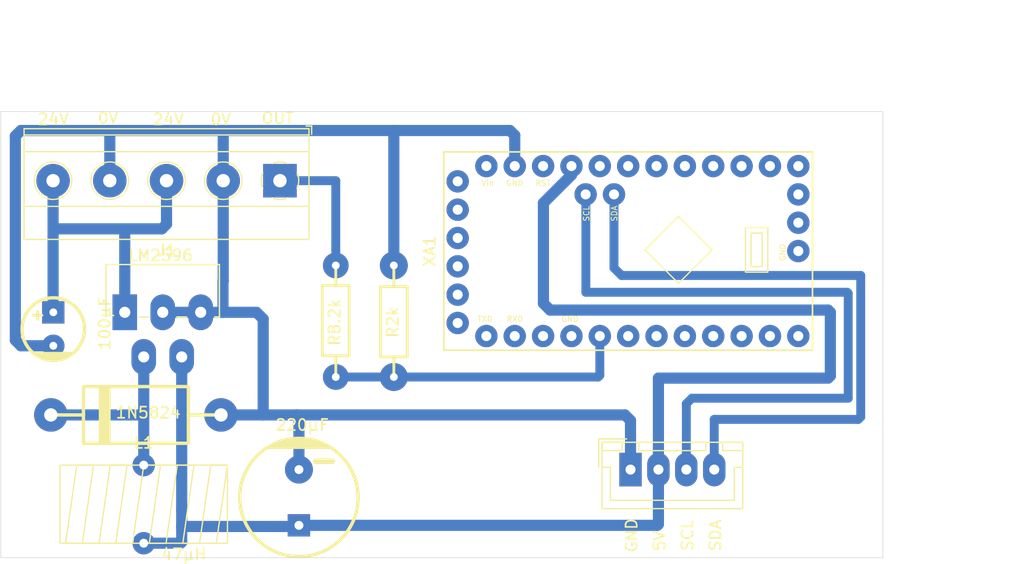
<source format=kicad_pcb>
(kicad_pcb (version 20171130) (host pcbnew "(5.1.8)-1")

  (general
    (thickness 1.6)
    (drawings 15)
    (tracks 83)
    (zones 0)
    (modules 10)
    (nets 9)
  )

  (page A4)
  (layers
    (0 F.Cu jumper)
    (31 B.Cu signal)
    (32 B.Adhes user)
    (33 F.Adhes user)
    (34 B.Paste user)
    (35 F.Paste user)
    (36 B.SilkS user)
    (37 F.SilkS user)
    (38 B.Mask user hide)
    (39 F.Mask user)
    (40 Dwgs.User user)
    (41 Cmts.User user)
    (42 Eco1.User user)
    (43 Eco2.User user)
    (44 Edge.Cuts user)
    (45 Margin user)
    (46 B.CrtYd user)
    (47 F.CrtYd user)
    (48 B.Fab user)
    (49 F.Fab user hide)
  )

  (setup
    (last_trace_width 0.8)
    (trace_clearance 0.2)
    (zone_clearance 0.5)
    (zone_45_only no)
    (trace_min 0.2)
    (via_size 0.8)
    (via_drill 0.4)
    (via_min_size 0.4)
    (via_min_drill 0.3)
    (uvia_size 0.3)
    (uvia_drill 0.1)
    (uvias_allowed no)
    (uvia_min_size 0.2)
    (uvia_min_drill 0.1)
    (edge_width 0.05)
    (segment_width 0.2)
    (pcb_text_width 0.3)
    (pcb_text_size 1.5 1.5)
    (mod_edge_width 0.12)
    (mod_text_size 1 1)
    (mod_text_width 0.15)
    (pad_size 3 3)
    (pad_drill 1.2)
    (pad_to_mask_clearance 0)
    (aux_axis_origin 69 122)
    (visible_elements 7FFAFFFF)
    (pcbplotparams
      (layerselection 0x01020_fffffffe)
      (usegerberextensions false)
      (usegerberattributes true)
      (usegerberadvancedattributes true)
      (creategerberjobfile true)
      (excludeedgelayer true)
      (linewidth 0.200000)
      (plotframeref false)
      (viasonmask false)
      (mode 1)
      (useauxorigin true)
      (hpglpennumber 1)
      (hpglpenspeed 20)
      (hpglpendiameter 15.000000)
      (psnegative false)
      (psa4output false)
      (plotreference true)
      (plotvalue true)
      (plotinvisibletext false)
      (padsonsilk false)
      (subtractmaskfromsilk false)
      (outputformat 1)
      (mirror false)
      (drillshape 0)
      (scaleselection 1)
      (outputdirectory "Gerber/"))
  )

  (net 0 "")
  (net 1 GND)
  (net 2 "Net-(D1-Pad1)")
  (net 3 SDA)
  (net 4 SCL)
  (net 5 24V)
  (net 6 OUT)
  (net 7 "Net-(R100-Pad1)")
  (net 8 +5V)

  (net_class Default "This is the default net class."
    (clearance 0.2)
    (trace_width 0.8)
    (via_dia 0.8)
    (via_drill 0.4)
    (uvia_dia 0.3)
    (uvia_drill 0.1)
    (add_net "Net-(R100-Pad1)")
    (add_net OUT)
    (add_net SCL)
    (add_net SDA)
  )

  (net_class 12V ""
    (clearance 0.2)
    (trace_width 1)
    (via_dia 0.8)
    (via_drill 0.4)
    (uvia_dia 0.3)
    (uvia_drill 0.1)
  )

  (net_class 24V ""
    (clearance 0.2)
    (trace_width 1)
    (via_dia 0.8)
    (via_drill 0.4)
    (uvia_dia 0.3)
    (uvia_drill 0.1)
    (add_net 24V)
  )

  (net_class 5V ""
    (clearance 0.2)
    (trace_width 1)
    (via_dia 0.8)
    (via_drill 0.4)
    (uvia_dia 0.3)
    (uvia_drill 0.1)
    (add_net +5V)
    (add_net GND)
    (add_net "Net-(D1-Pad1)")
  )

  (module Arduino:Arduino_Pro_Mini (layer F.Cu) (tedit 6409EA0C) (tstamp 6415A751)
    (at 141.7 103.4 90)
    (path /64159533)
    (fp_text reference XA1 (at 8.89 -34.29 90) (layer F.SilkS)
      (effects (font (size 1 1) (thickness 0.15)))
    )
    (fp_text value Arduino_Pro_Mini (at 8.636 -22.5) (layer F.Fab)
      (effects (font (size 1 1) (thickness 0.15)))
    )
    (fp_line (start 12 -12) (end 9 -15) (layer F.SilkS) (width 0.12))
    (fp_line (start 9 -9) (end 12 -12) (layer F.SilkS) (width 0.12))
    (fp_line (start 6 -12) (end 9 -9) (layer F.SilkS) (width 0.12))
    (fp_line (start 9 -15) (end 6 -12) (layer F.SilkS) (width 0.12))
    (fp_line (start 7.5 -4.5) (end 7.5 -5.5) (layer F.SilkS) (width 0.12))
    (fp_line (start 10.5 -4.5) (end 7.5 -4.5) (layer F.SilkS) (width 0.12))
    (fp_line (start 10.5 -5.5) (end 10.5 -4.5) (layer F.SilkS) (width 0.12))
    (fp_line (start 7.5 -5.5) (end 10.5 -5.5) (layer F.SilkS) (width 0.12))
    (fp_line (start 11 -4) (end 7 -4) (layer F.SilkS) (width 0.12))
    (fp_line (start 11 -6) (end 11 -4) (layer F.SilkS) (width 0.12))
    (fp_line (start 7 -6) (end 11 -6) (layer F.SilkS) (width 0.12))
    (fp_line (start 11 -4) (end 11 -6) (layer F.SilkS) (width 0.12))
    (fp_line (start 7 -4) (end 7 -6) (layer F.SilkS) (width 0.12))
    (fp_line (start -0.254 0.254) (end -0.254 -33.274) (layer F.CrtYd) (width 0.15))
    (fp_line (start -0.254 -33.274) (end 18.034 -33.274) (layer F.CrtYd) (width 0.15))
    (fp_line (start 18.034 -33.274) (end 18.034 0.254) (layer F.CrtYd) (width 0.15))
    (fp_line (start 18.034 0.254) (end -0.254 0.254) (layer F.CrtYd) (width 0.15))
    (fp_line (start 0 0) (end 0 -33.02) (layer F.SilkS) (width 0.15))
    (fp_line (start 0 -33.02) (end 17.78 -33.02) (layer F.SilkS) (width 0.15))
    (fp_line (start 17.78 -33.02) (end 17.78 0) (layer F.SilkS) (width 0.15))
    (fp_line (start 17.78 0) (end 0 0) (layer F.SilkS) (width 0.15))
    (fp_text user SCL (at 12.25 -20.25 270) (layer F.SilkS)
      (effects (font (size 0.5 0.5) (thickness 0.075)))
    )
    (fp_text user SDA (at 12.25 -17.75 270) (layer F.SilkS)
      (effects (font (size 0.5 0.5) (thickness 0.075)))
    )
    (fp_text user GND (at 2.794 -21.717 180) (layer F.SilkS)
      (effects (font (size 0.5 0.5) (thickness 0.075)))
    )
    (fp_text user Vin (at 14.986 -29.083) (layer F.SilkS)
      (effects (font (size 0.5 0.5) (thickness 0.075)))
    )
    (fp_text user RX0 (at 2.794 -26.67 180) (layer F.SilkS)
      (effects (font (size 0.5 0.5) (thickness 0.075)))
    )
    (fp_text user TX0 (at 2.794 -29.337 180) (layer F.SilkS)
      (effects (font (size 0.5 0.5) (thickness 0.075)))
    )
    (fp_text user GND (at 8.763 -2.667 90) (layer F.SilkS)
      (effects (font (size 0.5 0.5) (thickness 0.075)))
    )
    (fp_text user GND (at 14.986 -26.67) (layer F.SilkS)
      (effects (font (size 0.5 0.5) (thickness 0.075)))
    )
    (fp_text user RST (at 14.986 -24.13) (layer F.SilkS)
      (effects (font (size 0.5 0.5) (thickness 0.075)))
    )
    (pad GND5 thru_hole circle (at 15.14 -31.78 90) (size 2 2) (drill 0.9) (layers *.Cu *.Mask))
    (pad GND4 thru_hole circle (at 12.6 -31.78 90) (size 2 2) (drill 0.9) (layers *.Cu *.Mask))
    (pad VCC1 thru_hole circle (at 10.06 -31.78 90) (size 2 2) (drill 0.9) (layers *.Cu *.Mask))
    (pad RXI thru_hole circle (at 7.52 -31.78 90) (size 2 2) (drill 0.9) (layers *.Cu *.Mask))
    (pad TX0 thru_hole circle (at 4.98 -31.78 90) (size 2 2) (drill 0.9) (layers *.Cu *.Mask))
    (pad DTR thru_hole circle (at 2.44 -31.78 90) (size 2 2) (drill 0.9) (layers *.Cu *.Mask))
    (pad GND2 thru_hole circle (at 1.27 -21.59 90) (size 2 2) (drill 0.9) (layers *.Cu *.Mask))
    (pad D9 thru_hole circle (at 1.27 -1.27 90) (size 2 2) (drill 0.9) (layers *.Cu *.Mask))
    (pad A4 thru_hole circle (at 13.97 -17.78 90) (size 2 2) (drill 0.9) (layers *.Cu *.Mask)
      (net 3 SDA))
    (pad D8 thru_hole circle (at 1.27 -3.81 90) (size 2 2) (drill 0.9) (layers *.Cu *.Mask))
    (pad D7 thru_hole circle (at 1.27 -6.35 90) (size 2 2) (drill 0.9) (layers *.Cu *.Mask))
    (pad D6 thru_hole circle (at 1.27 -8.89 90) (size 2 2) (drill 0.9) (layers *.Cu *.Mask))
    (pad D5 thru_hole circle (at 1.27 -11.43 90) (size 2 2) (drill 0.9) (layers *.Cu *.Mask))
    (pad D4 thru_hole circle (at 1.27 -13.97 90) (size 2 2) (drill 0.9) (layers *.Cu *.Mask))
    (pad D3 thru_hole circle (at 1.27 -16.51 90) (size 2 2) (drill 0.9) (layers *.Cu *.Mask))
    (pad D2 thru_hole circle (at 1.27 -19.05 90) (size 2 2) (drill 0.9) (layers *.Cu *.Mask)
      (net 7 "Net-(R100-Pad1)"))
    (pad RST2 thru_hole circle (at 1.27 -24.13 90) (size 2 2) (drill 0.9) (layers *.Cu *.Mask))
    (pad D1 thru_hole circle (at 1.27 -26.67 90) (size 2 2) (drill 0.9) (layers *.Cu *.Mask))
    (pad D0 thru_hole circle (at 1.27 -29.21 90) (size 2 2) (drill 0.9) (layers *.Cu *.Mask))
    (pad A5 thru_hole circle (at 13.97 -20.32 90) (size 2 2) (drill 0.9) (layers *.Cu *.Mask)
      (net 4 SCL))
    (pad A7 thru_hole circle (at 13.97 -1.27 90) (size 2 2) (drill 0.9) (layers *.Cu *.Mask))
    (pad A6 thru_hole circle (at 11.43 -1.27 90) (size 2 2) (drill 0.9) (layers *.Cu *.Mask))
    (pad GND3 thru_hole circle (at 8.89 -1.27 90) (size 2 2) (drill 0.9) (layers *.Cu *.Mask))
    (pad D10 thru_hole circle (at 16.51 -1.27 90) (size 2 2) (drill 0.9) (layers *.Cu *.Mask))
    (pad RAW thru_hole circle (at 16.51 -29.21 90) (size 2 2) (drill 0.9) (layers *.Cu *.Mask))
    (pad GND thru_hole circle (at 16.51 -26.67 90) (size 2 2) (drill 0.9) (layers *.Cu *.Mask)
      (net 1 GND))
    (pad RST thru_hole circle (at 16.51 -24.13 90) (size 2 2) (drill 0.9) (layers *.Cu *.Mask))
    (pad VCC thru_hole circle (at 16.51 -21.59 90) (size 2 2) (drill 0.9) (layers *.Cu *.Mask)
      (net 8 +5V))
    (pad A3 thru_hole circle (at 16.51 -19.05 90) (size 2 2) (drill 0.9) (layers *.Cu *.Mask))
    (pad A2 thru_hole circle (at 16.51 -16.51 90) (size 2 2) (drill 0.9) (layers *.Cu *.Mask))
    (pad A1 thru_hole circle (at 16.51 -13.97 90) (size 2 2) (drill 0.9) (layers *.Cu *.Mask))
    (pad A0 thru_hole circle (at 16.51 -11.43 90) (size 2 2) (drill 0.9) (layers *.Cu *.Mask))
    (pad D13 thru_hole circle (at 16.51 -8.89 90) (size 2 2) (drill 0.9) (layers *.Cu *.Mask))
    (pad D12 thru_hole circle (at 16.51 -6.35 90) (size 2 2) (drill 0.9) (layers *.Cu *.Mask))
    (pad D11 thru_hole circle (at 16.51 -3.81 90) (size 2 2) (drill 0.9) (layers *.Cu *.Mask))
    (model "${KISYS3DMOD}/Shield_Arduino3D/Aduino_Mini/Arduino Pro Mini R3 ATmega 328P.STEP"
      (offset (xyz 9 16.5 3))
      (scale (xyz 1 1 1))
      (rotate (xyz -90 0 -90))
    )
  )

  (module Connecteur_jst:JST_XH_B04B-XH-A_04x2.50mm_Straight (layer F.Cu) (tedit 640F2BD7) (tstamp 63C90DEE)
    (at 125.4 114.1)
    (descr "JST XH series connector, B04B-XH-A, top entry type, through hole")
    (tags "connector jst xh tht top vertical 2.50mm")
    (path /63A11BC7)
    (fp_text reference J3 (at 3.75 -3.5) (layer F.SilkS) hide
      (effects (font (size 1 1) (thickness 0.15)))
    )
    (fp_text value Conn_01x04 (at 3.75 4.5) (layer F.Fab) hide
      (effects (font (size 1 1) (thickness 0.15)))
    )
    (fp_line (start -2.85 -2.75) (end -2.85 -0.25) (layer F.Fab) (width 0.1))
    (fp_line (start -0.35 -2.75) (end -2.85 -2.75) (layer F.Fab) (width 0.1))
    (fp_line (start -2.85 -2.75) (end -2.85 -0.25) (layer F.SilkS) (width 0.12))
    (fp_line (start -0.35 -2.75) (end -2.85 -2.75) (layer F.SilkS) (width 0.12))
    (fp_line (start 9.3 2.75) (end 3.75 2.75) (layer F.SilkS) (width 0.12))
    (fp_line (start 9.3 -0.2) (end 9.3 2.75) (layer F.SilkS) (width 0.12))
    (fp_line (start 10.05 -0.2) (end 9.3 -0.2) (layer F.SilkS) (width 0.12))
    (fp_line (start -1.8 2.75) (end 3.75 2.75) (layer F.SilkS) (width 0.12))
    (fp_line (start -1.8 -0.2) (end -1.8 2.75) (layer F.SilkS) (width 0.12))
    (fp_line (start -2.55 -0.2) (end -1.8 -0.2) (layer F.SilkS) (width 0.12))
    (fp_line (start 10.05 -2.45) (end 8.25 -2.45) (layer F.SilkS) (width 0.12))
    (fp_line (start 10.05 -1.7) (end 10.05 -2.45) (layer F.SilkS) (width 0.12))
    (fp_line (start 8.25 -1.7) (end 10.05 -1.7) (layer F.SilkS) (width 0.12))
    (fp_line (start 8.25 -2.45) (end 8.25 -1.7) (layer F.SilkS) (width 0.12))
    (fp_line (start -0.75 -2.45) (end -2.55 -2.45) (layer F.SilkS) (width 0.12))
    (fp_line (start -0.75 -1.7) (end -0.75 -2.45) (layer F.SilkS) (width 0.12))
    (fp_line (start -2.55 -1.7) (end -0.75 -1.7) (layer F.SilkS) (width 0.12))
    (fp_line (start -2.55 -2.45) (end -2.55 -1.7) (layer F.SilkS) (width 0.12))
    (fp_line (start 6.75 -2.45) (end 0.75 -2.45) (layer F.SilkS) (width 0.12))
    (fp_line (start 6.75 -1.7) (end 6.75 -2.45) (layer F.SilkS) (width 0.12))
    (fp_line (start 0.75 -1.7) (end 6.75 -1.7) (layer F.SilkS) (width 0.12))
    (fp_line (start 0.75 -2.45) (end 0.75 -1.7) (layer F.SilkS) (width 0.12))
    (fp_line (start 10.05 -2.45) (end -2.55 -2.45) (layer F.SilkS) (width 0.12))
    (fp_line (start 10.05 3.5) (end 10.05 -2.45) (layer F.SilkS) (width 0.12))
    (fp_line (start -2.55 3.5) (end 10.05 3.5) (layer F.SilkS) (width 0.12))
    (fp_line (start -2.55 -2.45) (end -2.55 3.5) (layer F.SilkS) (width 0.12))
    (fp_line (start 10.45 -2.85) (end -2.95 -2.85) (layer F.CrtYd) (width 0.05))
    (fp_line (start 10.45 3.9) (end 10.45 -2.85) (layer F.CrtYd) (width 0.05))
    (fp_line (start -2.95 3.9) (end 10.45 3.9) (layer F.CrtYd) (width 0.05))
    (fp_line (start -2.95 -2.85) (end -2.95 3.9) (layer F.CrtYd) (width 0.05))
    (fp_line (start 9.95 -2.35) (end -2.45 -2.35) (layer F.Fab) (width 0.1))
    (fp_line (start 9.95 3.4) (end 9.95 -2.35) (layer F.Fab) (width 0.1))
    (fp_line (start -2.45 3.4) (end 9.95 3.4) (layer F.Fab) (width 0.1))
    (fp_line (start -2.45 -2.35) (end -2.45 3.4) (layer F.Fab) (width 0.1))
    (fp_text user %R (at 3.75 2.5) (layer F.Fab) hide
      (effects (font (size 1 1) (thickness 0.15)))
    )
    (pad 4 thru_hole oval (at 7.5 0) (size 2 3) (drill 0.9) (layers *.Cu *.Mask)
      (net 3 SDA))
    (pad 3 thru_hole oval (at 5 0) (size 2 3) (drill 0.9) (layers *.Cu *.Mask)
      (net 4 SCL))
    (pad 2 thru_hole oval (at 2.5 0) (size 2 3) (drill 0.9) (layers *.Cu *.Mask)
      (net 8 +5V))
    (pad 1 thru_hole rect (at 0 0) (size 2 3) (drill 0.9) (layers *.Cu *.Mask)
      (net 1 GND))
    (model ${KISYS3DMOD}/Connector_JST.3dshapes/JST_XH_B4B-XH-A_1x04_P2.50mm_Vertical.wrl
      (at (xyz 0 0 0))
      (scale (xyz 1 1 1))
      (rotate (xyz 0 0 0))
    )
  )

  (module pth_diodes:diode_do201 (layer F.Cu) (tedit 640F2B18) (tstamp 63C90CCE)
    (at 81.1 109.2 180)
    (descr "Diode, DO-201 package")
    (path /639F1570)
    (fp_text reference D1 (at 0 3.937 180) (layer F.SilkS) hide
      (effects (font (size 1.524 1.524) (thickness 0.3048)))
    )
    (fp_text value 1N5824 (at -1.1 0.2 180) (layer F.SilkS)
      (effects (font (size 1 1) (thickness 0.15)))
    )
    (fp_line (start 4.699 2.54) (end -4.699 2.54) (layer F.SilkS) (width 0.3048))
    (fp_line (start 4.699 -2.54) (end 4.699 2.54) (layer F.SilkS) (width 0.3048))
    (fp_line (start -4.699 -2.54) (end 4.699 -2.54) (layer F.SilkS) (width 0.3048))
    (fp_line (start -4.699 2.54) (end -4.699 -2.54) (layer F.SilkS) (width 0.3048))
    (fp_line (start -7.62 0) (end -4.699 0) (layer F.SilkS) (width 0.3048))
    (fp_line (start 7.62 0) (end 4.699 0) (layer F.SilkS) (width 0.3048))
    (fp_line (start 3.175 -2.54) (end 3.175 2.54) (layer F.SilkS) (width 0.3048))
    (fp_line (start 2.921 2.54) (end 2.921 -2.54) (layer F.SilkS) (width 0.3048))
    (fp_line (start 2.667 -2.54) (end 2.667 2.54) (layer F.SilkS) (width 0.3048))
    (fp_line (start 2.413 2.54) (end 2.413 -2.54) (layer F.SilkS) (width 0.3048))
    (pad 1 thru_hole circle (at 7.62 0 180) (size 3 3) (drill 1.2) (layers *.Cu *.Mask)
      (net 2 "Net-(D1-Pad1)"))
    (pad 2 thru_hole circle (at -7.62 0 180) (size 3 3) (drill 1.2) (layers *.Cu *.Mask)
      (net 1 GND))
    (model ${KISYS3DMOD}/pth_diodes_3D/diode_do201.wrl
      (at (xyz 0 0 0))
      (scale (xyz 1 1 1))
      (rotate (xyz 0 0 0))
    )
  )

  (module TerminalBlock_Phoenix:TerminalBlock_Phoenix_MKDS-1,5-5-5.08_1x05_P5.08mm_Horizontal (layer F.Cu) (tedit 61F30061) (tstamp 64146B3E)
    (at 94 88.2 180)
    (descr "Terminal Block Phoenix MKDS-1,5-5-5.08, 5 pins, pitch 5.08mm, size 25.4x9.8mm^2, drill diamater 1.3mm, pad diameter 2.6mm, see http://www.farnell.com/datasheets/100425.pdf, script-generated using https://github.com/pointhi/kicad-footprint-generator/scripts/TerminalBlock_Phoenix")
    (tags "THT Terminal Block Phoenix MKDS-1,5-5-5.08 pitch 5.08mm size 25.4x9.8mm^2 drill 1.3mm pad 2.6mm")
    (path /6415BC6F)
    (fp_text reference J1 (at 10.16 -6.26) (layer F.SilkS)
      (effects (font (size 1 1) (thickness 0.15)))
    )
    (fp_text value Conn_01x05 (at 10.16 5.66) (layer F.Fab)
      (effects (font (size 1 1) (thickness 0.15)))
    )
    (fp_line (start 10.5 4) (end 10 3) (layer Eco2.User) (width 0.12))
    (fp_line (start 9.5 4) (end 10.5 4) (layer Eco2.User) (width 0.12))
    (fp_line (start 10 3) (end 9.5 4) (layer Eco2.User) (width 0.12))
    (fp_circle (center 0 0) (end 1.5 0) (layer F.Fab) (width 0.1))
    (fp_circle (center 5.08 0) (end 6.58 0) (layer F.Fab) (width 0.1))
    (fp_circle (center 5.08 0) (end 6.76 0) (layer F.SilkS) (width 0.12))
    (fp_circle (center 10.16 0) (end 11.66 0) (layer F.Fab) (width 0.1))
    (fp_circle (center 10.16 0) (end 11.84 0) (layer F.SilkS) (width 0.12))
    (fp_circle (center 15.24 0) (end 16.74 0) (layer F.Fab) (width 0.1))
    (fp_circle (center 15.24 0) (end 16.92 0) (layer F.SilkS) (width 0.12))
    (fp_circle (center 20.32 0) (end 21.82 0) (layer F.Fab) (width 0.1))
    (fp_circle (center 20.32 0) (end 22 0) (layer F.SilkS) (width 0.12))
    (fp_line (start -2.54 -5.2) (end 22.86 -5.2) (layer F.Fab) (width 0.1))
    (fp_line (start 22.86 -5.2) (end 22.86 4.6) (layer F.Fab) (width 0.1))
    (fp_line (start 22.86 4.6) (end -2.04 4.6) (layer F.Fab) (width 0.1))
    (fp_line (start -2.04 4.6) (end -2.54 4.1) (layer F.Fab) (width 0.1))
    (fp_line (start -2.54 4.1) (end -2.54 -5.2) (layer F.Fab) (width 0.1))
    (fp_line (start -2.54 4.1) (end 22.86 4.1) (layer F.Fab) (width 0.1))
    (fp_line (start -2.6 4.1) (end 22.92 4.1) (layer F.SilkS) (width 0.12))
    (fp_line (start -2.54 2.6) (end 22.86 2.6) (layer F.Fab) (width 0.1))
    (fp_line (start -2.6 2.6) (end 22.92 2.6) (layer F.SilkS) (width 0.12))
    (fp_line (start -2.54 -2.3) (end 22.86 -2.3) (layer F.Fab) (width 0.1))
    (fp_line (start -2.6 -2.301) (end 22.92 -2.301) (layer F.SilkS) (width 0.12))
    (fp_line (start -2.6 -5.261) (end 22.92 -5.261) (layer F.SilkS) (width 0.12))
    (fp_line (start -2.6 4.66) (end 22.92 4.66) (layer F.SilkS) (width 0.12))
    (fp_line (start -2.6 -5.261) (end -2.6 4.66) (layer F.SilkS) (width 0.12))
    (fp_line (start 22.92 -5.261) (end 22.92 4.66) (layer F.SilkS) (width 0.12))
    (fp_line (start 1.138 -0.955) (end -0.955 1.138) (layer F.Fab) (width 0.1))
    (fp_line (start 0.955 -1.138) (end -1.138 0.955) (layer F.Fab) (width 0.1))
    (fp_line (start 6.218 -0.955) (end 4.126 1.138) (layer F.Fab) (width 0.1))
    (fp_line (start 6.035 -1.138) (end 3.943 0.955) (layer F.Fab) (width 0.1))
    (fp_line (start 6.355 -1.069) (end 6.308 -1.023) (layer F.SilkS) (width 0.12))
    (fp_line (start 4.046 1.239) (end 4.011 1.274) (layer F.SilkS) (width 0.12))
    (fp_line (start 6.15 -1.275) (end 6.115 -1.239) (layer F.SilkS) (width 0.12))
    (fp_line (start 3.853 1.023) (end 3.806 1.069) (layer F.SilkS) (width 0.12))
    (fp_line (start 11.298 -0.955) (end 9.206 1.138) (layer F.Fab) (width 0.1))
    (fp_line (start 11.115 -1.138) (end 9.023 0.955) (layer F.Fab) (width 0.1))
    (fp_line (start 11.435 -1.069) (end 11.388 -1.023) (layer F.SilkS) (width 0.12))
    (fp_line (start 9.126 1.239) (end 9.091 1.274) (layer F.SilkS) (width 0.12))
    (fp_line (start 11.23 -1.275) (end 11.195 -1.239) (layer F.SilkS) (width 0.12))
    (fp_line (start 8.933 1.023) (end 8.886 1.069) (layer F.SilkS) (width 0.12))
    (fp_line (start 16.378 -0.955) (end 14.286 1.138) (layer F.Fab) (width 0.1))
    (fp_line (start 16.195 -1.138) (end 14.103 0.955) (layer F.Fab) (width 0.1))
    (fp_line (start 16.515 -1.069) (end 16.468 -1.023) (layer F.SilkS) (width 0.12))
    (fp_line (start 14.206 1.239) (end 14.171 1.274) (layer F.SilkS) (width 0.12))
    (fp_line (start 16.31 -1.275) (end 16.275 -1.239) (layer F.SilkS) (width 0.12))
    (fp_line (start 14.013 1.023) (end 13.966 1.069) (layer F.SilkS) (width 0.12))
    (fp_line (start 21.458 -0.955) (end 19.366 1.138) (layer F.Fab) (width 0.1))
    (fp_line (start 21.275 -1.138) (end 19.183 0.955) (layer F.Fab) (width 0.1))
    (fp_line (start 21.595 -1.069) (end 21.548 -1.023) (layer F.SilkS) (width 0.12))
    (fp_line (start 19.286 1.239) (end 19.251 1.274) (layer F.SilkS) (width 0.12))
    (fp_line (start 21.39 -1.275) (end 21.355 -1.239) (layer F.SilkS) (width 0.12))
    (fp_line (start 19.093 1.023) (end 19.046 1.069) (layer F.SilkS) (width 0.12))
    (fp_line (start -2.84 4.16) (end -2.84 4.9) (layer F.SilkS) (width 0.12))
    (fp_line (start -2.84 4.9) (end -2.34 4.9) (layer F.SilkS) (width 0.12))
    (fp_line (start -3.04 -5.71) (end -3.04 5.1) (layer F.CrtYd) (width 0.05))
    (fp_line (start -3.04 5.1) (end 23.36 5.1) (layer F.CrtYd) (width 0.05))
    (fp_line (start 23.36 5.1) (end 23.36 -5.71) (layer F.CrtYd) (width 0.05))
    (fp_line (start 23.36 -5.71) (end -3.04 -5.71) (layer F.CrtYd) (width 0.05))
    (fp_text user %R (at 10.16 -3.5) (layer F.Fab)
      (effects (font (size 1 1) (thickness 0.15)))
    )
    (fp_arc (start 0 0) (end -0.684 1.535) (angle -25) (layer F.SilkS) (width 0.12))
    (fp_arc (start 0 0) (end -1.535 -0.684) (angle -48) (layer F.SilkS) (width 0.12))
    (fp_arc (start 0 0) (end 0.684 -1.535) (angle -48) (layer F.SilkS) (width 0.12))
    (fp_arc (start 0 0) (end 1.535 0.684) (angle -48) (layer F.SilkS) (width 0.12))
    (fp_arc (start 0 0) (end 0 1.68) (angle -24) (layer F.SilkS) (width 0.12))
    (pad 5 thru_hole circle (at 20.32 0 180) (size 3 3) (drill 1.2) (layers *.Cu *.Mask)
      (net 5 24V))
    (pad 4 thru_hole circle (at 15.24 0 180) (size 3 3) (drill 1.2) (layers *.Cu *.Mask)
      (net 1 GND))
    (pad 3 thru_hole circle (at 10.16 0 180) (size 3 3) (drill 1.2) (layers *.Cu *.Mask)
      (net 5 24V))
    (pad 2 thru_hole circle (at 5.08 0 180) (size 3 3) (drill 1.2) (layers *.Cu *.Mask)
      (net 1 GND))
    (pad 1 thru_hole rect (at 0 0 180) (size 3 3) (drill 1.2) (layers *.Cu *.Mask)
      (net 6 OUT))
    (model ${KISYS3DMOD}/TerminalBlock_Phoenix.3dshapes/TerminalBlock_Phoenix_MKDS-1,5-5-5.08_1x05_P5.08mm_Horizontal.wrl
      (at (xyz 0 0 0))
      (scale (xyz 1 1 1))
      (rotate (xyz 0 0 0))
    )
  )

  (module Convertisseur:LM2596_THT_décalé_2_4 (layer F.Cu) (tedit 640F2B78) (tstamp 63C90D06)
    (at 80.1 100)
    (path /639F07FB)
    (fp_text reference VR1 (at 0.775 -5.435) (layer F.SilkS) hide
      (effects (font (size 1 1) (thickness 0.15)))
    )
    (fp_text value LM2596 (at 3.2 -5.1) (layer F.SilkS)
      (effects (font (size 1 1) (thickness 0.15)))
    )
    (fp_line (start 8.48 -4.28) (end 8.48 0.42) (layer F.SilkS) (width 0.127))
    (fp_line (start 8.48 -4.28) (end 8.48 0.42) (layer F.Fab) (width 0.127))
    (fp_line (start -1.68 -4.28) (end -1.68 0.42) (layer F.SilkS) (width 0.127))
    (fp_line (start -1.68 -4.28) (end -1.68 0.42) (layer F.Fab) (width 0.127))
    (fp_line (start -1.68 -4.28) (end 8.48 -4.28) (layer F.SilkS) (width 0.127))
    (fp_line (start 8.06 0.42) (end 8.48 0.42) (layer F.SilkS) (width 0.127))
    (fp_line (start 4.66 0.42) (end 5.54 0.42) (layer F.SilkS) (width 0.127))
    (fp_line (start 8.8 -4.533) (end 8.8 5.268) (layer F.CrtYd) (width 0.05))
    (fp_line (start -2 -4.533) (end -2 5.268) (layer F.CrtYd) (width 0.05))
    (fp_line (start -2 5.268) (end 8.8 5.268) (layer F.CrtYd) (width 0.05))
    (fp_line (start -2 -4.533) (end 8.8 -4.533) (layer F.CrtYd) (width 0.05))
    (fp_line (start 1.329 0.42) (end 2.14 0.42) (layer F.SilkS) (width 0.127))
    (fp_line (start 5.1 0.42) (end 8.48 0.42) (layer F.Fab) (width 0.127))
    (fp_line (start 1.7 0.42) (end 5.1 0.42) (layer F.Fab) (width 0.127))
    (fp_line (start -1.68 0.42) (end 1.7 0.42) (layer F.Fab) (width 0.127))
    (fp_line (start -1.68 -4.28) (end 8.48 -4.28) (layer F.Fab) (width 0.127))
    (pad 1 thru_hole rect (at 0 0) (size 2.2 3.2) (drill 1) (layers *.Cu *.Mask)
      (net 5 24V))
    (pad 2 thru_hole oval (at 1.7 4) (size 2.2 3.2) (drill 1) (layers *.Cu *.Mask)
      (net 2 "Net-(D1-Pad1)"))
    (pad 3 thru_hole oval (at 3.4 0) (size 2.2 3.2) (drill 1) (layers *.Cu *.Mask)
      (net 1 GND))
    (pad 4 thru_hole oval (at 5.1 4) (size 2.2 3.2) (drill 1) (layers *.Cu *.Mask)
      (net 8 +5V))
    (pad 5 thru_hole oval (at 6.8 0) (size 2.2 3.2) (drill 1) (layers *.Cu *.Mask)
      (net 1 GND))
  )

  (module "Inductance THT:Bobine_Toroïde" (layer F.Cu) (tedit 640ADD4E) (tstamp 64147E97)
    (at 81.8 117.7)
    (path /639F1A33)
    (fp_text reference L1 (at 0 -6) (layer F.SilkS)
      (effects (font (size 1 1) (thickness 0.15)))
    )
    (fp_text value 47µH (at 3.6 4) (layer F.SilkS)
      (effects (font (size 1 1) (thickness 0.15)))
    )
    (fp_line (start 7.5 -4) (end 6.5 3) (layer F.SilkS) (width 0.12))
    (fp_line (start 6 -4) (end 7.5 -4) (layer F.SilkS) (width 0.12))
    (fp_line (start 5 3) (end 6 -4) (layer F.SilkS) (width 0.12))
    (fp_line (start 3.5 3) (end 5 3) (layer F.SilkS) (width 0.12))
    (fp_line (start 4.5 -4) (end 3.5 3) (layer F.SilkS) (width 0.12))
    (fp_line (start 3 -4) (end 4.5 -4) (layer F.SilkS) (width 0.12))
    (fp_line (start 2 3) (end 3 -4) (layer F.SilkS) (width 0.12))
    (fp_line (start 1.5 3) (end 2 3) (layer F.SilkS) (width 0.12))
    (fp_line (start 0.5 3) (end 1.5 3) (layer F.SilkS) (width 0.12))
    (fp_line (start 1.5 -4) (end 0.5 3) (layer F.SilkS) (width 0.12))
    (fp_line (start 0 -4) (end 1.5 -4) (layer F.SilkS) (width 0.12))
    (fp_line (start -1 3) (end 0 -4) (layer F.SilkS) (width 0.12))
    (fp_line (start -2.5 3) (end -1 3) (layer F.SilkS) (width 0.12))
    (fp_line (start -1.5 -4) (end -2.5 3) (layer F.SilkS) (width 0.12))
    (fp_line (start -3 -4) (end -1.5 -4) (layer F.SilkS) (width 0.12))
    (fp_line (start -4 3) (end -3 -4) (layer F.SilkS) (width 0.12))
    (fp_line (start -5.5 3) (end -4 3) (layer F.SilkS) (width 0.12))
    (fp_line (start -4.5 -4) (end -5.5 3) (layer F.SilkS) (width 0.12))
    (fp_line (start -6 -4) (end -4.5 -4) (layer F.SilkS) (width 0.12))
    (fp_line (start -7 3) (end -6 -4) (layer F.SilkS) (width 0.12))
    (fp_line (start -7.5 -4) (end 7.5 -4) (layer F.SilkS) (width 0.12))
    (fp_line (start 7.5 -4) (end 7.5 3) (layer F.SilkS) (width 0.12))
    (fp_line (start 7.5 3) (end -7.5 3) (layer F.SilkS) (width 0.12))
    (fp_line (start -7.5 3) (end -7.5 -4) (layer F.SilkS) (width 0.12))
    (pad 2 thru_hole circle (at 0 3) (size 2 2) (drill 0.8) (layers *.Cu *.Mask)
      (net 8 +5V))
    (pad 1 thru_hole circle (at 0 -4) (size 2 2) (drill 0.8) (layers *.Cu *.Mask)
      (net 2 "Net-(D1-Pad1)"))
    (model ${KISYS3DMOD}/Inductance_THT.3dshapes/Bobine_Ronde.STEP
      (offset (xyz 0 0.5 3))
      (scale (xyz 0.8 0.8 0.85))
      (rotate (xyz 0 -90 88))
    )
  )

  (module Resistance:R_025W (layer F.Cu) (tedit 62120F7C) (tstamp 640754C9)
    (at 99.1 100.9 270)
    (descr "Resistance 1/4w")
    (tags R)
    (path /64078C33)
    (autoplace_cost180 10)
    (fp_text reference R101 (at -0.2 0.1 90) (layer F.SilkS) hide
      (effects (font (size 1.397 1.27) (thickness 0.2032)))
    )
    (fp_text value R8.2k (at 0 0.2 90) (layer F.SilkS)
      (effects (font (size 1 1) (thickness 0.15)))
    )
    (fp_line (start 4.651 0.1) (end 3 0.1) (layer F.SilkS) (width 0.254))
    (fp_line (start -4.951 0.1) (end -3.3 0.1) (layer F.SilkS) (width 0.254))
    (fp_line (start -3.3 -1.1) (end 3 -1.1) (layer F.SilkS) (width 0.25))
    (fp_line (start 3 -1.1) (end 3 1.3) (layer F.SilkS) (width 0.25))
    (fp_line (start 3 1.3) (end -3.3 1.3) (layer F.SilkS) (width 0.25))
    (fp_line (start -3.3 1.3) (end -3.3 -1.1) (layer F.SilkS) (width 0.25))
    (pad 1 thru_hole circle (at -5.1 0.1 270) (size 2.3 2.3) (drill 0.7) (layers *.Cu *.Mask)
      (net 6 OUT))
    (pad 2 thru_hole circle (at 4.9 0.1 270) (size 2.3 2.3) (drill 0.7) (layers *.Cu *.Mask)
      (net 7 "Net-(R100-Pad1)"))
    (model ${KISYS3DMOD}/Resistance3d/rc03.wrl
      (offset (xyz 0 -0.1 0))
      (scale (xyz 1.3 1 1))
      (rotate (xyz 0 0 0))
    )
  )

  (module Resistance:R_025W (layer F.Cu) (tedit 6405B1BA) (tstamp 640346FC)
    (at 104.1 100.7 90)
    (descr "Resistance 1/4w")
    (tags R)
    (path /6403E746)
    (autoplace_cost180 10)
    (fp_text reference R100 (at -0.2 0.1 90) (layer F.SilkS) hide
      (effects (font (size 1.397 1.27) (thickness 0.2032)))
    )
    (fp_text value R2k (at -0.2 0 90) (layer F.SilkS)
      (effects (font (size 1 1) (thickness 0.15)))
    )
    (fp_line (start -3.3 1.3) (end -3.3 -1.1) (layer F.SilkS) (width 0.25))
    (fp_line (start 3 1.3) (end -3.3 1.3) (layer F.SilkS) (width 0.25))
    (fp_line (start 3 -1.1) (end 3 1.3) (layer F.SilkS) (width 0.25))
    (fp_line (start -3.3 -1.1) (end 3 -1.1) (layer F.SilkS) (width 0.25))
    (fp_line (start -4.951 0.1) (end -3.3 0.1) (layer F.SilkS) (width 0.254))
    (fp_line (start 4.651 0.1) (end 3 0.1) (layer F.SilkS) (width 0.254))
    (pad 1 thru_hole circle (at -5.1 0.1 90) (size 2.5 2.5) (drill 0.7) (layers *.Cu *.Mask)
      (net 7 "Net-(R100-Pad1)"))
    (pad 2 thru_hole circle (at 4.9 0.1 90) (size 2.5 2.5) (drill 0.7) (layers *.Cu *.Mask)
      (net 1 GND))
    (model ${KISYS3DMOD}/Resistance3d/rc03.wrl
      (offset (xyz 0 -0.1 0))
      (scale (xyz 1.3 1 1))
      (rotate (xyz 0 0 0))
    )
  )

  (module capacitors:CP_5x11mm (layer F.Cu) (tedit 63CAFEBA) (tstamp 63C90CAB)
    (at 73.7 101.5 180)
    (descr "Capacitor, pol, cyl 5x11mm")
    (path /639F0DF8)
    (fp_text reference C1 (at 0 -4.2) (layer F.SilkS) hide
      (effects (font (size 1.5 1.5) (thickness 0.3)))
    )
    (fp_text value 100µF (at -4.6 0.5 270) (layer F.SilkS)
      (effects (font (size 1 1) (thickness 0.15)))
    )
    (fp_circle (center 0 0) (end 2.8 0) (layer F.SilkS) (width 0.3048))
    (fp_line (start -1.7 -2.2) (end 1.7 -2.2) (layer F.SilkS) (width 0.3048))
    (fp_line (start -1.3 -2.4) (end 1.3 -2.4) (layer F.SilkS) (width 0.3048))
    (fp_line (start -0.8 -2.6) (end 0.8 -2.6) (layer F.SilkS) (width 0.3048))
    (fp_text user + (at 1.4 1.3) (layer F.SilkS)
      (effects (font (size 1 1) (thickness 0.25)))
    )
    (pad 1 thru_hole rect (at 0 1.5 180) (size 2 2) (drill 0.7) (layers *.Cu F.Mask)
      (net 5 24V))
    (pad 2 thru_hole circle (at 0 -1.5 180) (size 2 2) (drill 0.7) (layers *.Cu *.Mask)
      (net 1 GND))
    (model ${KISYS3DMOD}/capacitors3d/cp_5x11mm.wrl
      (offset (xyz 0 0 -0.5))
      (scale (xyz 1.5 1.5 0.6))
      (rotate (xyz 0 0 0))
    )
  )

  (module capacitors:CP_10x12.5mm (layer F.Cu) (tedit 63CD3EDA) (tstamp 63C90E4D)
    (at 95.7 116.6)
    (descr "Capacitor, pol, cyl 10x12.5mm")
    (path /639F1398)
    (fp_text reference C2 (at 0 -6.6) (layer F.SilkS) hide
      (effects (font (size 1.5 1.5) (thickness 0.3)))
    )
    (fp_text value 220µF (at 0.3 -6.5) (layer F.SilkS)
      (effects (font (size 1 1) (thickness 0.15)))
    )
    (fp_line (start -2.7 -4.5) (end 2.7 -4.5) (layer F.SilkS) (width 0.3048))
    (fp_line (start 2.3 -4.7) (end -2.3 -4.7) (layer F.SilkS) (width 0.3048))
    (fp_line (start 1.9 -4.9) (end -1.9 -4.9) (layer F.SilkS) (width 0.3048))
    (fp_line (start -1.3 -5.1) (end 1.3 -5.1) (layer F.SilkS) (width 0.3048))
    (fp_circle (center 0 0) (end -5.3 0) (layer F.SilkS) (width 0.3048))
    (fp_line (start 1.5 -3.25) (end 3 -3.25) (layer F.SilkS) (width 0.5))
    (pad 2 thru_hole circle (at 0 -2.5) (size 2.5 2.5) (drill 0.8) (layers *.Cu *.Mask)
      (net 1 GND))
    (pad 1 thru_hole rect (at 0 2.5) (size 2 2) (drill 0.8) (layers *.Cu *.Mask)
      (net 8 +5V))
    (model ${KISYS3DMOD}/capacitors3d/cp_10x12.5mm.wrl
      (at (xyz 0 0 0))
      (scale (xyz 1 1 1))
      (rotate (xyz 0 0 0))
    )
  )

  (gr_text SDA (at 133 120 90) (layer F.SilkS) (tstamp 64198981)
    (effects (font (size 1 1) (thickness 0.15)))
  )
  (gr_text SCL (at 130.5 120 90) (layer F.SilkS) (tstamp 64198975)
    (effects (font (size 1 1) (thickness 0.15)))
  )
  (gr_text 5V (at 128 120.5 90) (layer F.SilkS) (tstamp 64198966)
    (effects (font (size 1 1) (thickness 0.15)))
  )
  (gr_text GND (at 125.5 120 90) (layer F.SilkS)
    (effects (font (size 1 1) (thickness 0.15)))
  )
  (dimension 40 (width 0.15) (layer Dwgs.User)
    (gr_text "40,000 mm" (at 159.3 102 270) (layer Dwgs.User)
      (effects (font (size 1 1) (thickness 0.15)))
    )
    (feature1 (pts (xy 148 122) (xy 158.586421 122)))
    (feature2 (pts (xy 148 82) (xy 158.586421 82)))
    (crossbar (pts (xy 158 82) (xy 158 122)))
    (arrow1a (pts (xy 158 122) (xy 157.413579 120.873496)))
    (arrow1b (pts (xy 158 122) (xy 158.586421 120.873496)))
    (arrow2a (pts (xy 158 82) (xy 157.413579 83.126504)))
    (arrow2b (pts (xy 158 82) (xy 158.586421 83.126504)))
  )
  (dimension 79 (width 0.15) (layer Dwgs.User)
    (gr_text "79,000 mm" (at 108.5 72.7) (layer Dwgs.User)
      (effects (font (size 1 1) (thickness 0.15)))
    )
    (feature1 (pts (xy 148 82) (xy 148 73.413579)))
    (feature2 (pts (xy 69 82) (xy 69 73.413579)))
    (crossbar (pts (xy 69 74) (xy 148 74)))
    (arrow1a (pts (xy 148 74) (xy 146.873496 74.586421)))
    (arrow1b (pts (xy 148 74) (xy 146.873496 73.413579)))
    (arrow2a (pts (xy 69 74) (xy 70.126504 74.586421)))
    (arrow2b (pts (xy 69 74) (xy 70.126504 73.413579)))
  )
  (gr_text OUT (at 93.8 82.6) (layer F.SilkS) (tstamp 6414A53E)
    (effects (font (size 1 1) (thickness 0.15)))
  )
  (gr_text 0V (at 88.7 82.7) (layer F.SilkS) (tstamp 6414A539)
    (effects (font (size 1 1) (thickness 0.15)))
  )
  (gr_text 24V (at 84 82.7) (layer F.SilkS) (tstamp 6414A530)
    (effects (font (size 1 1) (thickness 0.15)))
  )
  (gr_line (start 69 82) (end 69 122) (layer Edge.Cuts) (width 0.05) (tstamp 64147CCB))
  (gr_line (start 148 82) (end 69 82) (layer Edge.Cuts) (width 0.05))
  (gr_line (start 148 122) (end 148 82) (layer Edge.Cuts) (width 0.05))
  (gr_line (start 69 122) (end 148 122) (layer Edge.Cuts) (width 0.05))
  (gr_text 0V (at 78.6 82.6) (layer F.SilkS) (tstamp 6405CCF9)
    (effects (font (size 1 1) (thickness 0.15)))
  )
  (gr_text 24V (at 73.7 82.7) (layer F.SilkS) (tstamp 6405CCF8)
    (effects (font (size 1 1) (thickness 0.15)))
  )

  (segment (start 70.8 103) (end 73.7 103) (width 1) (layer B.Cu) (net 1))
  (segment (start 70.3 102.5) (end 70.8 103) (width 1) (layer B.Cu) (net 1))
  (segment (start 70.3 84.2) (end 70.3 102.5) (width 1) (layer B.Cu) (net 1))
  (segment (start 70.5004 83.9996) (end 70.3 84.2) (width 1) (layer B.Cu) (net 1))
  (segment (start 83.5 100) (end 86.9 100) (width 1) (layer B.Cu) (net 1))
  (segment (start 88.92 88.2) (end 88.92 97.18) (width 1) (layer B.Cu) (net 1))
  (segment (start 70.8 83.7) (end 70.3 84.2) (width 1) (layer B.Cu) (net 1))
  (segment (start 78.76 83.76) (end 78.7 83.7) (width 1) (layer B.Cu) (net 1))
  (segment (start 78.76 88.2) (end 78.76 83.76) (width 1) (layer B.Cu) (net 1))
  (segment (start 78.7 83.7) (end 70.8 83.7) (width 1) (layer B.Cu) (net 1))
  (segment (start 92.5 100.6) (end 92.5 109.2) (width 1) (layer B.Cu) (net 1))
  (segment (start 88.72 109.2) (end 92.5 109.2) (width 1) (layer B.Cu) (net 1))
  (segment (start 86.9 100) (end 88.9 100) (width 1) (layer B.Cu) (net 1))
  (segment (start 88.9 97.2) (end 88.92 97.18) (width 1) (layer B.Cu) (net 1))
  (segment (start 88.9 100) (end 88.9 97.2) (width 1) (layer B.Cu) (net 1))
  (segment (start 91.9 100) (end 92.5 100.6) (width 1) (layer B.Cu) (net 1))
  (segment (start 88.9 100) (end 91.9 100) (width 1) (layer B.Cu) (net 1))
  (segment (start 88.92 88.2) (end 88.92 83.92) (width 1) (layer B.Cu) (net 1))
  (segment (start 88.7 83.7) (end 78.7 83.7) (width 1) (layer B.Cu) (net 1))
  (segment (start 88.92 83.92) (end 88.7 83.7) (width 1) (layer B.Cu) (net 1))
  (segment (start 104.2 83.7) (end 88.7 83.7) (width 1) (layer B.Cu) (net 1))
  (segment (start 104.2 95.8) (end 104.2 83.7) (width 1) (layer B.Cu) (net 1))
  (segment (start 104.2 83.7) (end 114.6 83.7) (width 1) (layer B.Cu) (net 1))
  (segment (start 115.03 84.13) (end 115.03 86.89) (width 1) (layer B.Cu) (net 1))
  (segment (start 114.6 83.7) (end 115.03 84.13) (width 1) (layer B.Cu) (net 1))
  (segment (start 95.7 109.4) (end 95.7 114.1) (width 1) (layer B.Cu) (net 1))
  (segment (start 95.5 109.2) (end 95.7 109.4) (width 1) (layer B.Cu) (net 1))
  (segment (start 92.5 109.2) (end 95.5 109.2) (width 1) (layer B.Cu) (net 1))
  (segment (start 95.5 109.2) (end 124.9 109.2) (width 1) (layer B.Cu) (net 1))
  (segment (start 125.4 109.7) (end 125.4 114.1) (width 1) (layer B.Cu) (net 1))
  (segment (start 124.9 109.2) (end 125.4 109.7) (width 1) (layer B.Cu) (net 1))
  (segment (start 73.48 109.2) (end 81.3 109.2) (width 1) (layer B.Cu) (net 2))
  (segment (start 81.8 108.7) (end 81.8 104) (width 1) (layer B.Cu) (net 2))
  (segment (start 81.8 113.7) (end 81.8 108.7) (width 1) (layer B.Cu) (net 2))
  (segment (start 132.9 109.6) (end 132.9 114.1) (width 0.8) (layer B.Cu) (net 3))
  (segment (start 124.6 96.7) (end 146.020002 96.7) (width 0.8) (layer B.Cu) (net 3))
  (segment (start 123.92 96.02) (end 124.6 96.7) (width 0.8) (layer B.Cu) (net 3))
  (segment (start 123.92 89.43) (end 123.92 96.02) (width 0.8) (layer B.Cu) (net 3))
  (segment (start 146.020002 96.7) (end 146.020002 109.379998) (width 0.8) (layer B.Cu) (net 3))
  (segment (start 145.8 109.6) (end 132.9 109.6) (width 0.8) (layer B.Cu) (net 3))
  (segment (start 146.020002 109.379998) (end 145.8 109.6) (width 0.8) (layer B.Cu) (net 3))
  (segment (start 121.4 89.45) (end 121.38 89.43) (width 0.8) (layer B.Cu) (net 4))
  (segment (start 144.8 98.2) (end 121.4 98.2) (width 0.8) (layer B.Cu) (net 4))
  (segment (start 121.4 98.2) (end 121.4 89.45) (width 0.8) (layer B.Cu) (net 4))
  (segment (start 130.4 108.2) (end 130.9 107.7) (width 0.8) (layer B.Cu) (net 4))
  (segment (start 130.9 107.7) (end 144.9 107.7) (width 0.8) (layer B.Cu) (net 4))
  (segment (start 130.4 114.1) (end 130.4 108.2) (width 0.8) (layer B.Cu) (net 4))
  (segment (start 144.9 98.3) (end 144.8 98.2) (width 0.8) (layer B.Cu) (net 4))
  (segment (start 144.9 107.7) (end 144.9 98.3) (width 0.8) (layer B.Cu) (net 4))
  (segment (start 73.68 99.98) (end 73.7 100) (width 1) (layer B.Cu) (net 5))
  (segment (start 73.68 88.2) (end 73.68 92.52) (width 1) (layer B.Cu) (net 5))
  (segment (start 73.68 92.52) (end 73.68 99.98) (width 1) (layer B.Cu) (net 5))
  (segment (start 80.1 92.6) (end 80.18 92.52) (width 1) (layer B.Cu) (net 5))
  (segment (start 80.1 100) (end 80.1 92.6) (width 1) (layer B.Cu) (net 5))
  (segment (start 80.18 92.52) (end 83.42 92.52) (width 1) (layer B.Cu) (net 5))
  (segment (start 73.68 92.52) (end 80.18 92.52) (width 1) (layer B.Cu) (net 5))
  (segment (start 83.84 92.1) (end 83.42 92.52) (width 1) (layer B.Cu) (net 5))
  (segment (start 83.84 88.2) (end 83.84 92.1) (width 1) (layer B.Cu) (net 5))
  (segment (start 94 88.2) (end 99 88.2) (width 0.8) (layer B.Cu) (net 6))
  (segment (start 99 88.2) (end 99 95.8) (width 0.8) (layer B.Cu) (net 6))
  (segment (start 104.2 105.8) (end 99 105.8) (width 0.8) (layer B.Cu) (net 7))
  (segment (start 104.2 105.8) (end 122.5 105.8) (width 0.8) (layer B.Cu) (net 7))
  (segment (start 122.65 105.65) (end 122.65 102.13) (width 0.8) (layer B.Cu) (net 7))
  (segment (start 122.5 105.8) (end 122.65 105.65) (width 0.8) (layer B.Cu) (net 7))
  (segment (start 85.2 104) (end 85.2 117.7) (width 1) (layer B.Cu) (net 8))
  (segment (start 85.2 117.7) (end 85.2 119.2) (width 1) (layer B.Cu) (net 8))
  (segment (start 85.2 119.2) (end 95.8 119.2) (width 1) (layer B.Cu) (net 8))
  (segment (start 81.8 120.7) (end 85.1 120.7) (width 1) (layer B.Cu) (net 8))
  (segment (start 85.2 120.6) (end 85.2 119.2) (width 1) (layer B.Cu) (net 8))
  (segment (start 85.1 120.7) (end 85.2 120.6) (width 1) (layer B.Cu) (net 8))
  (segment (start 95.7 119.1) (end 127.8 119.1) (width 1) (layer B.Cu) (net 8))
  (segment (start 127.9 119) (end 127.9 114.1) (width 1) (layer B.Cu) (net 8))
  (segment (start 127.8 119.1) (end 127.9 119) (width 1) (layer B.Cu) (net 8))
  (segment (start 143.3 100) (end 143.1 99.8) (width 1) (layer B.Cu) (net 8))
  (segment (start 143.3 105.7) (end 143.3 100) (width 1) (layer B.Cu) (net 8))
  (segment (start 143.1 105.9) (end 143.3 105.7) (width 1) (layer B.Cu) (net 8))
  (segment (start 127.9 105.9) (end 143.1 105.9) (width 1) (layer B.Cu) (net 8))
  (segment (start 127.9 114.1) (end 127.9 105.9) (width 1) (layer B.Cu) (net 8))
  (segment (start 120.11 86.89) (end 120.11 87.69) (width 1) (layer B.Cu) (net 8))
  (segment (start 120.11 87.69) (end 117.6 90.2) (width 1) (layer B.Cu) (net 8))
  (segment (start 117.6 99.2) (end 118.2 99.8) (width 1) (layer B.Cu) (net 8))
  (segment (start 117.6 90.2) (end 117.6 99.2) (width 1) (layer B.Cu) (net 8))
  (segment (start 143.1 99.8) (end 118.2 99.8) (width 1) (layer B.Cu) (net 8))

)

</source>
